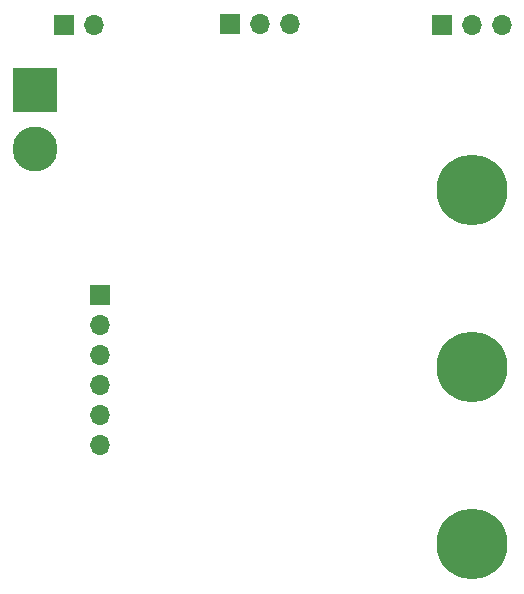
<source format=gbr>
%TF.GenerationSoftware,KiCad,Pcbnew,8.0.2*%
%TF.CreationDate,2024-06-01T20:14:58-04:00*%
%TF.ProjectId,small_compliant_drive,736d616c-6c5f-4636-9f6d-706c69616e74,rev?*%
%TF.SameCoordinates,Original*%
%TF.FileFunction,Soldermask,Bot*%
%TF.FilePolarity,Negative*%
%FSLAX46Y46*%
G04 Gerber Fmt 4.6, Leading zero omitted, Abs format (unit mm)*
G04 Created by KiCad (PCBNEW 8.0.2) date 2024-06-01 20:14:58*
%MOMM*%
%LPD*%
G01*
G04 APERTURE LIST*
%ADD10R,3.800000X3.800000*%
%ADD11C,3.800000*%
%ADD12C,6.000000*%
%ADD13O,1.700000X1.700000*%
%ADD14R,1.700000X1.700000*%
G04 APERTURE END LIST*
D10*
%TO.C,J4-Vbat*%
X155000000Y-46500000D03*
D11*
X155000000Y-51500000D03*
%TD*%
D12*
%TO.C,H3*%
X192000000Y-85000000D03*
%TD*%
%TO.C,H2*%
X192000000Y-70000000D03*
%TD*%
%TO.C,H1*%
X192000000Y-55000000D03*
%TD*%
D13*
%TO.C,J1*%
X176555000Y-40975000D03*
X174015000Y-40975000D03*
D14*
X171475000Y-40975000D03*
%TD*%
D13*
%TO.C,J2*%
X160500000Y-76580000D03*
X160500000Y-74040000D03*
X160500000Y-71500000D03*
X160500000Y-68960000D03*
X160500000Y-66420000D03*
D14*
X160500000Y-63880000D03*
%TD*%
%TO.C,J3*%
X189460000Y-41000000D03*
D13*
X192000000Y-41000000D03*
X194540000Y-41000000D03*
%TD*%
D14*
%TO.C,J5*%
X157460000Y-41000000D03*
D13*
X160000000Y-41000000D03*
%TD*%
M02*

</source>
